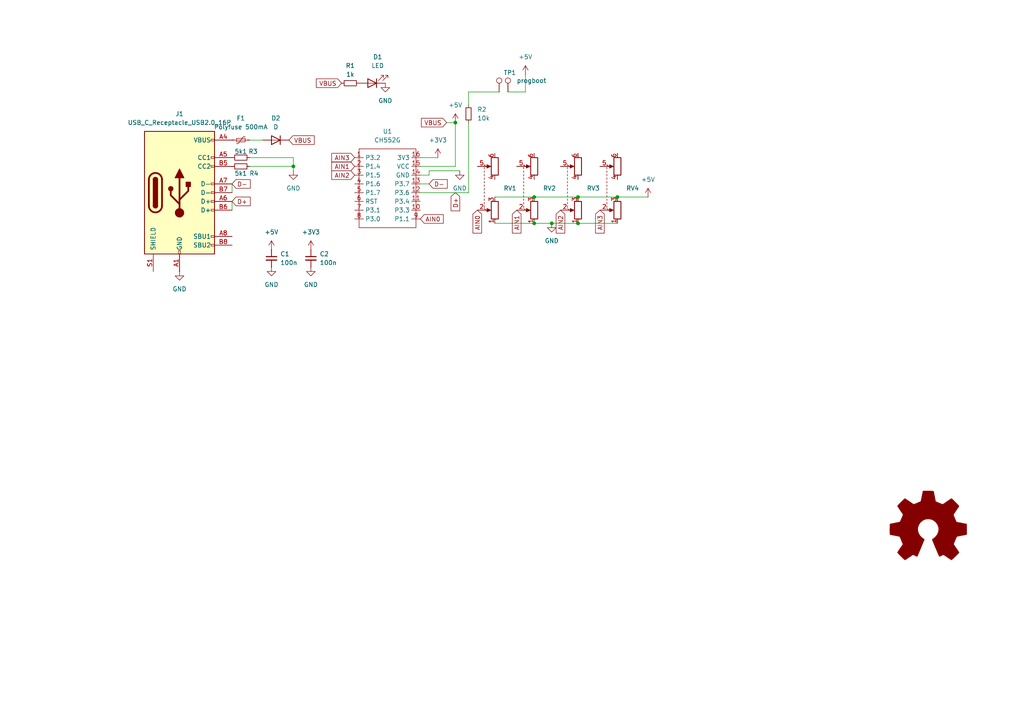
<source format=kicad_sch>
(kicad_sch (version 20250114) (generator "eeschema") (generator_version "9.0")
  (paper "A4")
  (title_block (title "fad4") (date "2025-01-12") (rev "1") (company "Ronald Leenes") (comment 1 "Concept & Code"))
  (lib_symbols
    (symbol "Connector:TestPoint" (pin_numbers (hide yes)) (pin_names (offset 0.762) (hide yes))
      (property "Reference" "TP" (at 0 6.858 0))
      (property "Value" "TestPoint" (at 0 5.08 0))
      (symbol "TestPoint_0_1"
        (circle (center 0 3.302) (radius 0.762))
      )
      (symbol "TestPoint_1_1"
        (pin passive line (at 0 0 90) (length 2.54) (name "1") (number "1"))
      )
    )
    (symbol "Connector:USB_C_Receptacle_USB2.0_16P" (pin_names (offset 1.016))
      (property "Reference" "J" (at 0 22.225 0))
      (property "Value" "USB_C_Receptacle_USB2.0_16P" (at 0 19.685 0))
      (symbol "USB_C_Receptacle_USB2.0_16P_0_0"
        (rectangle (start -0.254 -17.78) (end 0.254 -16.764))
        (rectangle (start 10.16 15.494) (end 9.144 14.986))
        (rectangle (start 10.16 10.414) (end 9.144 9.906))
        (rectangle (start 10.16 7.874) (end 9.144 7.366))
        (rectangle (start 10.16 2.794) (end 9.144 2.286))
        (rectangle (start 10.16 0.254) (end 9.144 -0.254))
        (rectangle (start 10.16 -2.286) (end 9.144 -2.794))
        (rectangle (start 10.16 -4.826) (end 9.144 -5.334))
        (rectangle (start 10.16 -12.446) (end 9.144 -12.954))
        (rectangle (start 10.16 -14.986) (end 9.144 -15.494))
      )
      (symbol "USB_C_Receptacle_USB2.0_16P_0_1"
        (rectangle (start -10.16 17.78) (end 10.16 -17.78) (stroke (width 0.254)) (fill (type background)))
        (polyline (pts (xy -8.89 -3.81) (xy -8.89 3.81)) (stroke (width 0.508)))
        (rectangle (start -7.62 -3.81) (end -6.35 3.81) (stroke (width 0.254)) (fill (type outline)))
        (arc (start -7.62 3.81) (mid -6.985 4.4423) (end -6.35 3.81) (stroke (width 0.254)))
        (arc (start -7.62 3.81) (mid -6.985 4.4423) (end -6.35 3.81) (stroke (width 0.254)) (fill (type outline)))
        (arc (start -8.89 3.81) (mid -6.985 5.7067) (end -5.08 3.81) (stroke (width 0.508)))
        (arc (start -5.08 -3.81) (mid -6.985 -5.7067) (end -8.89 -3.81) (stroke (width 0.508)))
        (arc (start -6.35 -3.81) (mid -6.985 -4.4423) (end -7.62 -3.81) (stroke (width 0.254)))
        (arc (start -6.35 -3.81) (mid -6.985 -4.4423) (end -7.62 -3.81) (stroke (width 0.254)) (fill (type outline)))
        (polyline (pts (xy -5.08 3.81) (xy -5.08 -3.81)) (stroke (width 0.508)))
        (circle (center -2.54 1.143) (radius 0.635) (stroke (width 0.254)) (fill (type outline)))
        (polyline (pts (xy -1.27 4.318) (xy 0 6.858) (xy 1.27 4.318) (xy -1.27 4.318)) (stroke (width 0.254)) (fill (type outline)))
        (polyline (pts (xy 0 -2.032) (xy 2.54 0.508) (xy 2.54 1.778)) (stroke (width 0.508)))
        (polyline (pts (xy 0 -3.302) (xy -2.54 -0.762) (xy -2.54 0.508)) (stroke (width 0.508)))
        (polyline (pts (xy 0 -5.842) (xy 0 4.318)) (stroke (width 0.508)))
        (circle (center 0 -5.842) (radius 1.27) (fill (type outline)))
        (rectangle (start 1.905 1.778) (end 3.175 3.048) (stroke (width 0.254)) (fill (type outline)))
      )
      (symbol "USB_C_Receptacle_USB2.0_16P_1_1"
        (pin passive line (at -7.62 -22.86 90) (length 5.08) (name "SHIELD") (number "S1"))
        (pin passive line (at 0 -22.86 90) (length 5.08) (name "GND") (number "A1"))
        (pin passive line (at 0 -22.86 90) (length 5.08) (hide yes) (name "GND") (number "A12"))
        (pin passive line (at 0 -22.86 90) (length 5.08) (hide yes) (name "GND") (number "B1"))
        (pin passive line (at 0 -22.86 90) (length 5.08) (hide yes) (name "GND") (number "B12"))
        (pin passive line (at 15.24 15.24 180) (length 5.08) (name "VBUS") (number "A4"))
        (pin passive line (at 15.24 15.24 180) (length 5.08) (hide yes) (name "VBUS") (number "A9"))
        (pin passive line (at 15.24 15.24 180) (length 5.08) (hide yes) (name "VBUS") (number "B4"))
        (pin passive line (at 15.24 15.24 180) (length 5.08) (hide yes) (name "VBUS") (number "B9"))
        (pin bidirectional line (at 15.24 10.16 180) (length 5.08) (name "CC1") (number "A5"))
        (pin bidirectional line (at 15.24 7.62 180) (length 5.08) (name "CC2") (number "B5"))
        (pin bidirectional line (at 15.24 2.54 180) (length 5.08) (name "D-") (number "A7"))
        (pin bidirectional line (at 15.24 0 180) (length 5.08) (name "D-") (number "B7"))
        (pin bidirectional line (at 15.24 -2.54 180) (length 5.08) (name "D+") (number "A6"))
        (pin bidirectional line (at 15.24 -5.08 180) (length 5.08) (name "D+") (number "B6"))
        (pin bidirectional line (at 15.24 -12.7 180) (length 5.08) (name "SBU1") (number "A8"))
        (pin bidirectional line (at 15.24 -15.24 180) (length 5.08) (name "SBU2") (number "B8"))
      )
    )
    (symbol "Device:C_Small" (pin_numbers (hide yes)) (pin_names (offset 0.254) (hide yes))
      (property "Reference" "C" (at 0.254 1.778 0))
      (property "Value" "C_Small" (at 0.254 -2.032 0))
      (symbol "C_Small_0_1"
        (polyline (pts (xy -1.524 0.508) (xy 1.524 0.508)) (stroke (width 0.3048)))
        (polyline (pts (xy -1.524 -0.508) (xy 1.524 -0.508)) (stroke (width 0.3302)))
      )
      (symbol "C_Small_1_1"
        (pin passive line (at 0 2.54 270) (length 2.032) (name "~") (number "1"))
        (pin passive line (at 0 -2.54 90) (length 2.032) (name "~") (number "2"))
      )
    )
    (symbol "Device:D" (pin_numbers (hide yes)) (pin_names (offset 1.016) (hide yes))
      (property "Reference" "D" (at 0 2.54 0))
      (property "Value" "D" (at 0 -2.54 0))
      (symbol "D_0_1"
        (polyline (pts (xy -1.27 1.27) (xy -1.27 -1.27)) (stroke (width 0.254)))
        (polyline (pts (xy 1.27 1.27) (xy 1.27 -1.27) (xy -1.27 0) (xy 1.27 1.27)) (stroke (width 0.254)))
        (polyline (pts (xy 1.27 0) (xy -1.27 0)))
      )
      (symbol "D_1_1"
        (pin passive line (at -3.81 0 0) (length 2.54) (name "K") (number "1"))
        (pin passive line (at 3.81 0 180) (length 2.54) (name "A") (number "2"))
      )
    )
    (symbol "Device:LED" (pin_numbers (hide yes)) (pin_names (offset 1.016) (hide yes))
      (property "Reference" "D" (at 0 2.54 0))
      (property "Value" "LED" (at 0 -2.54 0))
      (symbol "LED_0_1"
        (polyline (pts (xy -3.048 -0.762) (xy -4.572 -2.286) (xy -3.81 -2.286) (xy -4.572 -2.286) (xy -4.572 -1.524)))
        (polyline (pts (xy -1.778 -0.762) (xy -3.302 -2.286) (xy -2.54 -2.286) (xy -3.302 -2.286) (xy -3.302 -1.524)))
        (polyline (pts (xy -1.27 0) (xy 1.27 0)))
        (polyline (pts (xy -1.27 -1.27) (xy -1.27 1.27)) (stroke (width 0.254)))
        (polyline (pts (xy 1.27 -1.27) (xy 1.27 1.27) (xy -1.27 0) (xy 1.27 -1.27)) (stroke (width 0.254)))
      )
      (symbol "LED_1_1"
        (pin passive line (at -3.81 0 0) (length 2.54) (name "K") (number "1"))
        (pin passive line (at 3.81 0 180) (length 2.54) (name "A") (number "2"))
      )
    )
    (symbol "Device:Polyfuse_Small" (pin_numbers (hide yes)) (pin_names (offset 0))
      (property "Reference" "F" (at -1.905 0 90))
      (property "Value" "Polyfuse_Small" (at 1.905 0 90))
      (symbol "Polyfuse_Small_0_1"
        (polyline (pts (xy -1.016 1.27) (xy -1.016 0.762) (xy 1.016 -0.762) (xy 1.016 -1.27)))
        (rectangle (start -0.508 1.27) (end 0.508 -1.27))
        (polyline (pts (xy 0 2.54) (xy 0 -2.54)))
      )
      (symbol "Polyfuse_Small_1_1"
        (pin passive line (at 0 2.54 270) (length 0.635) (name "~") (number "1"))
        (pin passive line (at 0 -2.54 90) (length 0.635) (name "~") (number "2"))
      )
    )
    (symbol "Device:R_Potentiometer_Dual" (pin_names (offset 1.016) (hide yes))
      (property "Reference" "RV" (at 0 3.81 0))
      (property "Value" "R_Potentiometer_Dual" (at 0 1.905 0))
      (symbol "R_Potentiometer_Dual_0_1"
        (rectangle (start -8.89 -1.524) (end -3.81 -3.556) (stroke (width 0.254)))
        (polyline (pts (xy -6.35 0) (xy -6.35 -1.016)))
        (polyline (pts (xy -6.35 0) (xy -6.35 -1.016)))
        (polyline (pts (xy -6.35 0) (xy -5.842 0.508)))
        (polyline (pts (xy -6.35 -1.397) (xy -6.858 -0.254) (xy -5.842 -0.254) (xy -6.35 -1.397)) (fill (type outline)))
        (polyline (pts (xy -5.588 0.508) (xy -5.08 0.508)))
        (polyline (pts (xy -4.572 0.508) (xy -4.064 0.508)))
        (polyline (pts (xy -3.556 0.508) (xy -3.048 0.508)))
        (polyline (pts (xy -2.54 0.508) (xy -2.032 0.508)))
        (polyline (pts (xy -1.524 0.508) (xy -1.016 0.508)))
        (polyline (pts (xy -0.508 0.508) (xy 0 0.508)))
        (polyline (pts (xy 0.508 0.508) (xy 1.016 0.508)))
        (polyline (pts (xy 1.524 0.508) (xy 2.032 0.508)))
        (polyline (pts (xy 2.54 0.508) (xy 3.048 0.508)))
        (polyline (pts (xy 3.556 0.508) (xy 4.064 0.508)))
        (rectangle (start 3.81 -1.524) (end 8.89 -3.556) (stroke (width 0.254)))
        (polyline (pts (xy 4.572 0.508) (xy 5.08 0.508)))
        (polyline (pts (xy 5.588 0.508) (xy 6.096 0.508)))
        (polyline (pts (xy 6.35 0) (xy 6.35 -1.016)))
        (polyline (pts (xy 6.35 0) (xy 6.35 -1.016)))
        (polyline (pts (xy 6.35 -1.397) (xy 5.842 -0.254) (xy 6.858 -0.254) (xy 6.35 -1.397)) (fill (type outline)))
        (polyline (pts (xy 6.604 0.508) (xy 6.858 0.508) (xy 6.35 0)))
      )
      (symbol "R_Potentiometer_Dual_1_1"
        (pin passive line (at -10.16 -2.54 0) (length 1.27) (name "1") (number "1"))
        (pin passive line (at -6.35 2.54 270) (length 2.54) (name "2") (number "2"))
        (pin passive line (at -2.54 -2.54 180) (length 1.27) (name "3") (number "3"))
        (pin passive line (at 2.54 -2.54 0) (length 1.27) (name "4") (number "4"))
        (pin passive line (at 6.35 2.54 270) (length 2.54) (name "5") (number "5"))
        (pin passive line (at 10.16 -2.54 180) (length 1.27) (name "6") (number "6"))
      )
    )
    (symbol "Device:R_Small" (pin_numbers (hide yes)) (pin_names (offset 0.254) (hide yes))
      (property "Reference" "R" (at 0.762 0.508 0))
      (property "Value" "R_Small" (at 0.762 -1.016 0))
      (symbol "R_Small_0_1"
        (rectangle (start -0.762 1.778) (end 0.762 -1.778) (stroke (width 0.2032)))
      )
      (symbol "R_Small_1_1"
        (pin passive line (at 0 2.54 270) (length 0.762) (name "~") (number "1"))
        (pin passive line (at 0 -2.54 90) (length 0.762) (name "~") (number "2"))
      )
    )
    (symbol "Graphic:Logo_Open_Hardware_Large" (in_bom no) (on_board no)
      (symbol "Logo_Open_Hardware_Large_1_1"
        (polyline (pts (xy 6.731 -8.7122) (xy 6.6294 -8.6614) (xy 6.35 -8.4836) (xy 5.9944 -8.255) (xy 5.5372 -7.9502) (xy 5.1054 -7.6454) (xy 4.7498 -7.4168) (xy 4.4958 -7.239) (xy 4.3942 -7.1882) (xy 4.318 -7.2136) (xy 4.1148 -7.3152) (xy 3.81 -7.4676) (xy 3.6322 -7.5692) (xy 3.3528 -7.6708) (xy 3.2258 -7.6962) (xy 3.2004 -7.6708) (xy 3.0988 -7.4676) (xy 2.9464 -7.0866) (xy 2.7178 -6.604) (xy 2.4892 -6.0452) (xy 2.2352 -5.4356) (xy 1.9558 -4.826) (xy 1.7272 -4.2164) (xy 1.4986 -3.683) (xy 1.3208 -3.2512) (xy 1.2192 -2.9464) (xy 1.1684 -2.8194) (xy 1.1938 -2.794) (xy 1.3208 -2.667) (xy 1.5748 -2.4892) (xy 2.0828 -2.0574) (xy 2.6162 -1.397) (xy 2.921 -0.6604) (xy 3.048 0.1524) (xy 2.9464 0.9144) (xy 2.6416 1.6256) (xy 2.1336 2.286) (xy 1.524 2.7686) (xy 0.8128 3.0734) (xy 0 3.175) (xy -0.762 3.0988) (xy -1.4986 2.794) (xy -2.159 2.286) (xy -2.4384 1.9812) (xy -2.8194 1.3208) (xy -3.048 0.6096) (xy -3.0734 0.4318) (xy -3.0226 -0.3556) (xy -2.794 -1.0922) (xy -2.3876 -1.7526) (xy -1.8288 -2.3114) (xy -1.7526 -2.3622) (xy -1.4732 -2.5654) (xy -1.2954 -2.6924) (xy -1.1684 -2.8194) (xy -2.159 -5.207) (xy -2.3114 -5.588) (xy -2.5908 -6.2484) (xy -2.8194 -6.8072) (xy -3.0226 -7.2644) (xy -3.1496 -7.5692) (xy -3.2258 -7.6708) (xy -3.2258 -7.6962) (xy -3.302 -7.6962) (xy -3.4798 -7.6454) (xy -3.8354 -7.4676) (xy -4.0386 -7.366) (xy -4.2926 -7.239) (xy -4.4196 -7.1882) (xy -4.5212 -7.239) (xy -4.7498 -7.3914) (xy -5.1054 -7.6454) (xy -5.5372 -7.9248) (xy -5.9436 -8.2042) (xy -6.3246 -8.4582) (xy -6.604 -8.636) (xy -6.731 -8.7122) (xy -6.7564 -8.7122) (xy -6.858 -8.636) (xy -7.0866 -8.4582) (xy -7.4168 -8.1534) (xy -7.874 -7.6962) (xy -7.9502 -7.62) (xy -8.3312 -7.239) (xy -8.636 -6.9088) (xy -8.8392 -6.6802) (xy -8.9154 -6.5786) (xy -8.9154 -6.5786) (xy -8.8392 -6.4516) (xy -8.6614 -6.1722) (xy -8.4328 -5.7912) (xy -8.128 -5.3594) (xy -7.3152 -4.191) (xy -7.7724 -3.0988) (xy -7.8994 -2.7686) (xy -8.0772 -2.3622) (xy -8.2042 -2.0828) (xy -8.255 -1.9558) (xy -8.382 -1.905) (xy -8.6614 -1.8542) (xy -9.0932 -1.7526) (xy -9.6266 -1.651) (xy -10.1092 -1.5748) (xy -10.541 -1.4732) (xy -10.8712 -1.4224) (xy -11.0236 -1.397) (xy -11.049 -1.3716) (xy -11.0744 -1.2954) (xy -11.0998 -1.143) (xy -11.0998 -0.889) (xy -11.1252 -0.4572) (xy -11.1252 0.1524) (xy -11.1252 0.2286) (xy -11.0998 0.8128) (xy -11.0998 1.27) (xy -11.0744 1.5494) (xy -11.0744 1.6764) (xy -11.0744 1.6764) (xy -10.922 1.7018) (xy -10.6172 1.778) (xy -10.16 1.8542) (xy -9.652 1.9558) (xy -9.6012 1.9812) (xy -9.0932 2.0828) (xy -8.636 2.159) (xy -8.3312 2.2352) (xy -8.2042 2.286) (xy -8.1788 2.3114) (xy -8.0772 2.5146) (xy -7.9248 2.8448) (xy -7.747 3.2512) (xy -7.5692 3.6576) (xy -7.4168 4.0386) (xy -7.3152 4.318) (xy -7.2898 4.445) (xy -7.2898 4.445) (xy -7.366 4.572) (xy -7.5438 4.826) (xy -7.7978 5.207) (xy -8.128 5.6642) (xy -8.128 5.6896) (xy -8.4328 6.1468) (xy -8.6868 6.5278) (xy -8.8392 6.7818) (xy -8.9154 6.9088) (xy -8.9154 6.9088) (xy -8.8138 7.0358) (xy -8.5852 7.2898) (xy -8.255 7.6454) (xy -7.874 8.0264) (xy -7.747 8.1534) (xy -7.3152 8.5852) (xy -7.0104 8.8646) (xy -6.8326 8.9916) (xy -6.731 9.0424) (xy -6.731 9.0424) (xy -6.604 8.9408) (xy -6.3246 8.763) (xy -5.9436 8.509) (xy -5.4864 8.2042) (xy -5.461 8.1788) (xy -5.0038 7.874) (xy -4.6482 7.62) (xy -4.3688 7.4422) (xy -4.2672 7.3914) (xy -4.2418 7.3914) (xy -4.064 7.4422) (xy -3.7338 7.5438) (xy -3.3528 7.6962) (xy -2.9464 7.874) (xy -2.5654 8.0264) (xy -2.286 8.1534) (xy -2.159 8.2296) (xy -2.159 8.2296) (xy -2.1082 8.382) (xy -2.032 8.7122) (xy -1.9304 9.1694) (xy -1.8288 9.7282) (xy -1.8034 9.8044) (xy -1.7018 10.3378) (xy -1.6256 10.7696) (xy -1.5748 11.0744) (xy -1.524 11.2014) (xy -1.4478 11.2268) (xy -1.1938 11.2522) (xy -0.8128 11.2522) (xy -0.3302 11.2522) (xy 0.1524 11.2522) (xy 0.6604 11.2522) (xy 1.0668 11.2268) (xy 1.3716 11.2014) (xy 1.4986 11.176) (xy 1.4986 11.176) (xy 1.5494 11.0236) (xy 1.6256 10.6934) (xy 1.7018 10.2108) (xy 1.8288 9.6774) (xy 1.8288 9.5758) (xy 1.9304 9.0424) (xy 2.032 8.6106) (xy 2.0828 8.3058) (xy 2.1336 8.2042) (xy 2.159 8.1788) (xy 2.3876 8.0772) (xy 2.7432 7.9248) (xy 3.175 7.747) (xy 4.191 7.3406) (xy 5.461 8.2042) (xy 5.5626 8.2804) (xy 6.0198 8.5852) (xy 6.3754 8.8392) (xy 6.6294 8.9916) (xy 6.7564 9.0424) (xy 6.7564 9.0424) (xy 6.8834 8.9408) (xy 7.1374 8.7122) (xy 7.4676 8.382) (xy 7.8486 7.9756) (xy 8.1534 7.6962) (xy 8.4836 7.3406) (xy 8.7122 7.112) (xy 8.8392 6.9596) (xy 8.8646 6.858) (xy 8.8646 6.8072) (xy 8.7884 6.6802) (xy 8.6106 6.4008) (xy 8.3312 6.0198) (xy 8.0264 5.588) (xy 7.7978 5.207) (xy 7.5184 4.8006) (xy 7.3406 4.4958) (xy 7.2898 4.3434) (xy 7.2898 4.2926) (xy 7.3914 4.0386) (xy 7.5184 3.683) (xy 7.7216 3.2258) (xy 8.1534 2.2352) (xy 8.7884 2.1082) (xy 9.1948 2.0574) (xy 9.7536 1.9304) (xy 10.2616 1.8288) (xy 11.0998 1.6764) (xy 11.1252 -1.3208) (xy 10.9982 -1.3716) (xy 10.8712 -1.397) (xy 10.5664 -1.4732) (xy 10.1346 -1.5494) (xy 9.6266 -1.651) (xy 9.1948 -1.7272) (xy 8.7376 -1.8288) (xy 8.4328 -1.8796) (xy 8.2804 -1.905) (xy 8.255 -1.9558) (xy 8.1534 -2.159) (xy 7.9756 -2.5146) (xy 7.8232 -2.921) (xy 7.6454 -3.3274) (xy 7.493 -3.7338) (xy 7.366 -4.0132) (xy 7.3406 -4.191) (xy 7.3914 -4.2926) (xy 7.5692 -4.5466) (xy 7.7978 -4.9276) (xy 8.1026 -5.3594) (xy 8.4074 -5.7912) (xy 8.6614 -6.1722) (xy 8.8138 -6.4262) (xy 8.89 -6.5532) (xy 8.8646 -6.6548) (xy 8.6868 -6.858) (xy 8.3566 -7.1882) (xy 7.874 -7.6708) (xy 7.7978 -7.747) (xy 7.3914 -8.128) (xy 7.0612 -8.4328) (xy 6.8326 -8.636) (xy 6.731 -8.7122)) (fill (type outline)))
      )
    )
    (symbol "ch552g:CH552G"
      (property "Reference" "U" (at 0 1.27 0))
      (property "Value" "CH552G" (at 0 -2.54 0))
      (symbol "CH552G_0_1"
        (rectangle (start -8.89 8.89) (end 7.62 -13.97))
      )
      (symbol "CH552G_1_1"
        (pin bidirectional line (at -10.16 6.35 0) (length 2.54) (name "P3.2") (number "1"))
        (pin bidirectional line (at -10.16 3.81 0) (length 2.54) (name "P1.4") (number "2"))
        (pin bidirectional line (at -10.16 1.27 0) (length 2.54) (name "P1.5") (number "3"))
        (pin bidirectional line (at -10.16 -1.27 0) (length 2.54) (name "P1.6") (number "4"))
        (pin bidirectional line (at -10.16 -3.81 0) (length 2.54) (name "P1.7") (number "5"))
        (pin bidirectional line (at -10.16 -6.35 0) (length 2.54) (name "RST") (number "6"))
        (pin bidirectional line (at -10.16 -8.89 0) (length 2.54) (name "P3.1") (number "7"))
        (pin bidirectional line (at -10.16 -11.43 0) (length 2.54) (name "P3.0") (number "8"))
        (pin bidirectional line (at 8.89 6.35 180) (length 2.54) (name "3V3") (number "16"))
        (pin bidirectional line (at 8.89 3.81 180) (length 2.54) (name "VCC") (number "15"))
        (pin bidirectional line (at 8.89 1.27 180) (length 2.54) (name "GND") (number "14"))
        (pin bidirectional line (at 8.89 -1.27 180) (length 2.54) (name "P3.7") (number "13"))
        (pin bidirectional line (at 8.89 -3.81 180) (length 2.54) (name "P3.6") (number "12"))
        (pin bidirectional line (at 8.89 -6.35 180) (length 2.54) (name "P3.4") (number "11"))
        (pin bidirectional line (at 8.89 -8.89 180) (length 2.54) (name "P3.3") (number "10"))
        (pin bidirectional line (at 8.89 -11.43 180) (length 2.54) (name "P1.1") (number "9"))
      )
    )
    (symbol "kbd:+3V3R" (power) (pin_names (offset 0))
      (property "Value" "+3V3R" (at 0 3.556 0))
      (symbol "+3V3R_0_1"
        (polyline (pts (xy -0.762 1.27) (xy 0 2.54)))
        (polyline (pts (xy 0 2.54) (xy 0.762 1.27)))
        (polyline (pts (xy 0 0) (xy 0 2.54)))
      )
      (symbol "+3V3R_1_1"
        (pin power_in line (at 0 0 90) (length 0) (hide yes) (name "+3V3R") (number "1"))
      )
    )
    (symbol "power:+5V" (power) (pin_numbers (hide yes)) (pin_names (offset 0) (hide yes))
      (property "Value" "+5V" (at 0 3.556 0))
      (symbol "+5V_0_1"
        (polyline (pts (xy -0.762 1.27) (xy 0 2.54)))
        (polyline (pts (xy 0 2.54) (xy 0.762 1.27)))
        (polyline (pts (xy 0 0) (xy 0 2.54)))
      )
      (symbol "+5V_1_1"
        (pin power_in line (at 0 0 90) (length 0) (name "~") (number "1"))
      )
    )
    (symbol "power:GND" (power) (pin_numbers (hide yes)) (pin_names (offset 0) (hide yes))
      (property "Value" "GND" (at 0 -3.81 0))
      (symbol "GND_0_1"
        (polyline (pts (xy 0 0) (xy 0 -1.27) (xy 1.27 -1.27) (xy 0 -2.54) (xy -1.27 -1.27) (xy 0 -1.27)))
      )
      (symbol "GND_1_1"
        (pin power_in line (at 0 0 270) (length 0) (name "~") (number "1"))
      )
    )
  )
  (junction (at 167.64 57.15))
  (junction (at 154.94 64.77))
  (junction (at 167.64 64.77))
  (junction (at 132.08 35.56))
  (junction (at 160.02 64.77))
  (junction (at 179.07 57.15))
  (junction (at 85.09 48.26))
  (junction (at 154.94 57.15))
  (wire (pts (xy 85.09 48.26) (xy 85.09 49.53)))
  (wire (pts (xy 121.92 55.88) (xy 135.89 55.88)))
  (wire (pts (xy 147.32 26.67) (xy 152.4 26.67)))
  (wire (pts (xy 154.94 64.77) (xy 160.02 64.77)))
  (wire (pts (xy 132.08 48.26) (xy 121.92 48.26)))
  (wire (pts (xy 124.46 49.53) (xy 133.35 49.53)))
  (wire (pts (xy 135.89 35.56) (xy 135.89 55.88)))
  (wire (pts (xy 67.31 53.34) (xy 67.31 55.88)))
  (wire (pts (xy 121.92 45.72) (xy 127 45.72)))
  (wire (pts (xy 154.94 57.15) (xy 167.64 57.15)))
  (wire (pts (xy 67.31 58.42) (xy 67.31 60.96)))
  (wire (pts (xy 72.39 45.72) (xy 85.09 45.72)))
  (wire (pts (xy 143.51 57.15) (xy 154.94 57.15)))
  (wire (pts (xy 135.89 26.67) (xy 135.89 30.48)))
  (wire (pts (xy 132.08 35.56) (xy 132.08 48.26)))
  (wire (pts (xy 132.08 35.56) (xy 129.54 35.56)))
  (wire (pts (xy 121.92 53.34) (xy 124.46 53.34)))
  (wire (pts (xy 144.78 26.67) (xy 135.89 26.67)))
  (wire (pts (xy 179.07 57.15) (xy 187.96 57.15)))
  (wire (pts (xy 121.92 50.8) (xy 124.46 50.8)))
  (wire (pts (xy 167.64 57.15) (xy 179.07 57.15)))
  (wire (pts (xy 143.51 64.77) (xy 154.94 64.77)))
  (wire (pts (xy 72.39 40.64) (xy 76.2 40.64)))
  (wire (pts (xy 85.09 45.72) (xy 85.09 48.26)))
  (wire (pts (xy 167.64 64.77) (xy 179.07 64.77)))
  (wire (pts (xy 124.46 50.8) (xy 124.46 49.53)))
  (wire (pts (xy 152.4 26.67) (xy 152.4 21.59)))
  (wire (pts (xy 72.39 48.26) (xy 85.09 48.26)))
  (wire (pts (xy 160.02 64.77) (xy 167.64 64.77)))
  (global_label "AIN0" (shape input) (at 121.92 63.5 0) (property "Intersheetrefs" "${INTERSHEET_REFS}" (effects (hide yes))))
  (global_label "D-" (shape input) (at 67.31 53.34 0) (property "Intersheetrefs" "${INTERSHEET_REFS}" (effects (hide yes))))
  (global_label "VBUS" (shape input) (at 83.82 40.64 0) (property "Intersheetrefs" "${INTERSHEET_REFS}" (effects (hide yes))))
  (global_label "AIN3" (shape input) (at 102.87 45.72 180) (property "Intersheetrefs" "${INTERSHEET_REFS}" (effects (hide yes))))
  (global_label "D+" (shape input) (at 132.08 55.88 270) (property "Intersheetrefs" "${INTERSHEET_REFS}" (effects (hide yes))))
  (global_label "AIN2" (shape input) (at 162.56 60.96 270) (property "Intersheetrefs" "${INTERSHEET_REFS}" (effects (hide yes))))
  (global_label "AIN2" (shape input) (at 102.87 50.8 180) (property "Intersheetrefs" "${INTERSHEET_REFS}" (effects (hide yes))))
  (global_label "VBUS" (shape input) (at 99.06 24.13 180) (property "Intersheetrefs" "${INTERSHEET_REFS}" (effects (hide yes))))
  (global_label "AIN3" (shape input) (at 173.99 60.96 270) (property "Intersheetrefs" "${INTERSHEET_REFS}" (effects (hide yes))))
  (global_label "AIN1" (shape input) (at 102.87 48.26 180) (property "Intersheetrefs" "${INTERSHEET_REFS}" (effects (hide yes))))
  (global_label "AIN0" (shape input) (at 138.43 60.96 270) (property "Intersheetrefs" "${INTERSHEET_REFS}" (effects (hide yes))))
  (global_label "D+" (shape input) (at 67.31 58.42 0) (property "Intersheetrefs" "${INTERSHEET_REFS}" (effects (hide yes))))
  (global_label "AIN1" (shape input) (at 149.86 60.96 270) (property "Intersheetrefs" "${INTERSHEET_REFS}" (effects (hide yes))))
  (global_label "D-" (shape input) (at 124.46 53.34 0) (property "Intersheetrefs" "${INTERSHEET_REFS}" (effects (hide yes))))
  (global_label "VBUS" (shape input) (at 129.54 35.56 180) (property "Intersheetrefs" "${INTERSHEET_REFS}" (effects (hide yes))))
  (symbol (lib_id "Device:LED") (at 107.95 24.13 180) (unit 1)
    (property "Reference" "D1" (at 109.5375 16.51 0))
    (property "Value" "LED" (at 109.5375 19.05 0))
    (property "Footprint" "LED_SMD:LED_0603_1608Metric" (effects (hide yes)))
    (property "Description" "Light emitting diode" (effects (hide yes)))
  )
  (symbol (lib_id "Device:R_Small") (at 69.85 48.26 270) (unit 1)
    (property "Reference" "R4" (at 73.66 50.292 90))
    (property "Value" "5k1" (at 69.85 50.292 90))
    (property "Footprint" "Resistor_SMD:R_1206_3216Metric" (effects (hide yes)))
    (property "Description" "Resistor, small symbol" (effects (hide yes)))
  )
  (symbol (lib_id "Device:R_Small") (at 101.6 24.13 270) (unit 1)
    (property "Reference" "R1" (at 101.6 19.05 90))
    (property "Value" "1k" (at 101.6 21.59 90))
    (property "Footprint" "Resistor_SMD:R_1206_3216Metric" (effects (hide yes)))
    (property "Description" "Resistor, small symbol" (effects (hide yes)))
  )
  (symbol (lib_id "power:+5V") (at 78.74 72.39 0) (unit 1)
    (property "Reference" "#PWR08" (effects (hide yes)))
    (property "Value" "+5V" (at 78.74 67.31 0))
    (property "Description" "Power symbol creates a global label with name \"+5V\"" (effects (hide yes)))
  )
  (symbol (lib_id "power:GND") (at 52.07 78.74 0) (unit 1)
    (property "Reference" "#PWR012" (effects (hide yes)))
    (property "Value" "GND" (at 52.07 83.82 0))
    (property "Description" "Power symbol creates a global label with name \"GND\" , ground" (effects (hide yes)))
  )
  (symbol (lib_id "Device:C_Small") (at 78.74 74.93 0) (unit 1)
    (property "Reference" "C1" (at 81.28 73.6662 0) (effects (justify left)))
    (property "Value" "100n" (at 81.28 76.2062 0) (effects (justify left)))
    (property "Footprint" "Capacitor_SMD:C_1206_3216Metric" (effects (hide yes)))
    (property "Description" "Unpolarized capacitor, small symbol" (effects (hide yes)))
  )
  (symbol (lib_id "power:+5V") (at 187.96 57.15 0) (unit 1)
    (property "Reference" "#PWR06" (effects (hide yes)))
    (property "Value" "+5V" (at 187.96 52.07 0))
    (property "Description" "Power symbol creates a global label with name \"+5V\"" (effects (hide yes)))
  )
  (symbol (lib_id "power:GND") (at 160.02 64.77 0) (unit 1)
    (property "Reference" "#PWR07" (effects (hide yes)))
    (property "Value" "GND" (at 160.02 69.85 0))
    (property "Description" "Power symbol creates a global label with name \"GND\" , ground" (effects (hide yes)))
  )
  (symbol (lib_id "Device:Polyfuse_Small") (at 69.85 40.64 90) (unit 1)
    (property "Reference" "F1" (at 69.85 34.29 90))
    (property "Value" "Polyfuse 500mA" (at 69.85 36.83 90))
    (property "Footprint" "Fuse:Fuse_1210_3225Metric" (effects (hide yes)))
    (property "Description" "Resettable fuse, polymeric positive temperature coefficient, small symbol" (effects (hide yes)))
  )
  (symbol (lib_id "power:GND") (at 133.35 49.53 0) (unit 1)
    (property "Reference" "#PWR013" (effects (hide yes)))
    (property "Value" "GND" (at 133.35 54.61 0))
    (property "Description" "Power symbol creates a global label with name \"GND\" , ground" (effects (hide yes)))
  )
  (symbol (lib_id "Connector:TestPoint") (at 147.32 26.67 0) (unit 1)
    (property "Reference" "TP2" (effects (hide yes)))
    (property "Value" "progboot" (at 149.86 23.3679 0) (effects (justify left)))
    (property "Footprint" "TestPoint:TestPoint_Pad_1.5x1.5mm" (effects (hide yes)))
    (property "Description" "test point" (effects (hide yes)))
  )
  (symbol (lib_id "power:GND") (at 111.76 24.13 0) (unit 1)
    (property "Reference" "#PWR02" (effects (hide yes)))
    (property "Value" "GND" (at 111.76 29.21 0))
    (property "Description" "Power symbol creates a global label with name \"GND\" , ground" (effects (hide yes)))
  )
  (symbol (lib_id "Device:R_Small") (at 135.89 33.02 0) (unit 1)
    (property "Reference" "R2" (at 138.43 31.7499 0) (effects (justify left)))
    (property "Value" "10k" (at 138.43 34.2899 0) (effects (justify left)))
    (property "Footprint" "Resistor_SMD:R_1206_3216Metric" (effects (hide yes)))
    (property "Description" "Resistor, small symbol" (effects (hide yes)))
  )
  (symbol (lib_id "ch552g:CH552G") (at 113.03 52.07 0) (unit 1)
    (property "Reference" "U1" (at 112.395 38.1 0))
    (property "Value" "CH552G" (at 112.395 40.64 0))
    (property "Footprint" "ch552g:CH552G" (effects (hide yes)))
    (property "Datasheet" "https://github.com/WeActStudio/WeActStudio.CH552CoreBoard/blob/master/Datasheet/CH552DS1_en.PDF" (effects (hide yes)))
  )
  (symbol (lib_id "kbd:+3V3R") (at 127 45.72 0) (unit 1)
    (property "Reference" "#PWR04" (effects (hide yes)))
    (property "Value" "+3V3" (at 127 40.64 0))
    (property "Description" "Power symbol creates a global label with name \"+3V3\"" (effects (hide yes)))
  )
  (symbol (lib_id "power:GND") (at 78.74 77.47 0) (unit 1)
    (property "Reference" "#PWR010" (effects (hide yes)))
    (property "Value" "GND" (at 78.74 82.55 0))
    (property "Description" "Power symbol creates a global label with name \"GND\" , ground" (effects (hide yes)))
  )
  (symbol (lib_id "power:+5V") (at 132.08 35.56 0) (unit 1)
    (property "Reference" "#PWR03" (effects (hide yes)))
    (property "Value" "+5V" (at 132.08 30.48 0))
    (property "Description" "Power symbol creates a global label with name \"+5V\"" (effects (hide yes)))
  )
  (symbol (lib_id "Device:R_Small") (at 69.85 45.72 90) (unit 1)
    (property "Reference" "R3" (at 73.406 43.942 90))
    (property "Value" "5k1" (at 69.85 43.942 90))
    (property "Footprint" "Resistor_SMD:R_1206_3216Metric" (effects (hide yes)))
    (property "Description" "Resistor, small symbol" (effects (hide yes)))
  )
  (symbol (lib_id "kbd:+3V3R") (at 90.17 72.39 0) (unit 1)
    (property "Reference" "#PWR09" (effects (hide yes)))
    (property "Value" "+3V3" (at 90.17 67.31 0))
    (property "Description" "Power symbol creates a global label with name \"+3V3\"" (effects (hide yes)))
  )
  (symbol (lib_id "Device:C_Small") (at 90.17 74.93 0) (unit 1)
    (property "Reference" "C2" (at 92.71 73.6662 0) (effects (justify left)))
    (property "Value" "100n" (at 92.71 76.2062 0) (effects (justify left)))
    (property "Footprint" "Capacitor_SMD:C_1206_3216Metric" (effects (hide yes)))
    (property "Description" "Unpolarized capacitor, small symbol" (effects (hide yes)))
  )
  (symbol (lib_id "Device:R_Potentiometer_Dual") (at 176.53 54.61 90) (unit 1)
    (property "Reference" "RV4" (at 181.61 54.6099 90) (effects (justify right)))
    (property "Value" "R_Potentiometer_Dual" (effects (hide yes)))
    (property "Footprint" "Potentiometer_THT:B103 slider 4560mm" (effects (hide yes)))
    (property "Description" "Dual potentiometer" (effects (hide yes)))
  )
  (symbol (lib_id "power:+5V") (at 152.4 21.59 0) (unit 1)
    (property "Reference" "#PWR01" (effects (hide yes)))
    (property "Value" "+5V" (at 152.4 16.51 0))
    (property "Description" "Power symbol creates a global label with name \"+5V\"" (effects (hide yes)))
  )
  (symbol (lib_id "Device:R_Potentiometer_Dual") (at 152.4 54.61 90) (unit 1)
    (property "Reference" "RV2" (at 157.48 54.6099 90) (effects (justify right)))
    (property "Value" "R_Potentiometer_Dual" (effects (hide yes)))
    (property "Footprint" "Potentiometer_THT:B103 slider 4560mm" (effects (hide yes)))
    (property "Description" "Dual potentiometer" (effects (hide yes)))
  )
  (symbol (lib_id "Device:D") (at 80.01 40.64 180) (unit 1)
    (property "Reference" "D2" (at 80.01 34.29 0))
    (property "Value" "D" (at 80.01 36.83 0))
    (property "Footprint" "Diode_SMD:D_SMA_Handsoldering" (effects (hide yes)))
    (property "Description" "Diode" (effects (hide yes)))
    (property "Sim.Device" "D" (effects (hide yes)))
    (property "Sim.Pins" "1=K 2=A" (effects (hide yes)))
  )
  (symbol (lib_id "power:GND") (at 90.17 77.47 0) (unit 1)
    (property "Reference" "#PWR011" (effects (hide yes)))
    (property "Value" "GND" (at 90.17 82.55 0))
    (property "Description" "Power symbol creates a global label with name \"GND\" , ground" (effects (hide yes)))
  )
  (symbol (lib_id "Connector:TestPoint") (at 144.78 26.67 0) (unit 1)
    (property "Reference" "TP1" (at 146.05 21.082 0) (effects (justify left)))
    (property "Value" "progboot" (effects (hide yes)))
    (property "Footprint" "TestPoint:TestPoint_Pad_1.5x1.5mm" (effects (hide yes)))
    (property "Description" "test point" (effects (hide yes)))
  )
  (symbol (lib_id "power:GND") (at 85.09 49.53 0) (unit 1)
    (property "Reference" "#PWR05" (effects (hide yes)))
    (property "Value" "GND" (at 85.09 54.61 0))
    (property "Description" "Power symbol creates a global label with name \"GND\" , ground" (effects (hide yes)))
  )
  (symbol (lib_id "Graphic:Logo_Open_Hardware_Large") (at 269.24 153.67 0) (unit 1) (exclude_from_sim yes) (in_bom no) (on_board no)
    (property "Reference" "#SYM1" (effects (hide yes)))
    (property "Value" "Logo_Open_Hardware_Large" (effects (hide yes)))
    (property "Description" "Open Hardware logo, large" (effects (hide yes)))
  )
  (symbol (lib_id "Connector:USB_C_Receptacle_USB2.0_16P") (at 52.07 55.88 0) (unit 1)
    (property "Reference" "J1" (at 52.07 33.02 0))
    (property "Value" "USB_C_Receptacle_USB2.0_16P" (at 52.07 35.56 0))
    (property "Footprint" "Connector_USB:USB_C_Receptacle_GCT_USB4105-xx-A_16P_TopMnt_Horizontal" (effects (hide yes)))
    (property "Datasheet" "https://www.usb.org/sites/default/files/documents/usb_type-c.zip" (effects (hide yes)))
    (property "Description" "USB 2.0-only 16P Type-C Receptacle connector" (effects (hide yes)))
  )
  (symbol (lib_id "Device:R_Potentiometer_Dual") (at 165.1 54.61 90) (unit 1)
    (property "Reference" "RV3" (at 170.18 54.6099 90) (effects (justify right)))
    (property "Value" "R_Potentiometer_Dual" (effects (hide yes)))
    (property "Footprint" "Potentiometer_THT:B103 slider 4560mm" (effects (hide yes)))
    (property "Description" "Dual potentiometer" (effects (hide yes)))
  )
  (symbol (lib_id "Device:R_Potentiometer_Dual") (at 140.97 54.61 90) (unit 1)
    (property "Reference" "RV1" (at 146.05 54.6099 90) (effects (justify right)))
    (property "Value" "R_Potentiometer_Dual" (effects (hide yes)))
    (property "Footprint" "Potentiometer_THT:B103 slider 4560mm" (effects (hide yes)))
    (property "Description" "Dual potentiometer" (effects (hide yes)))
  )
)
</source>
